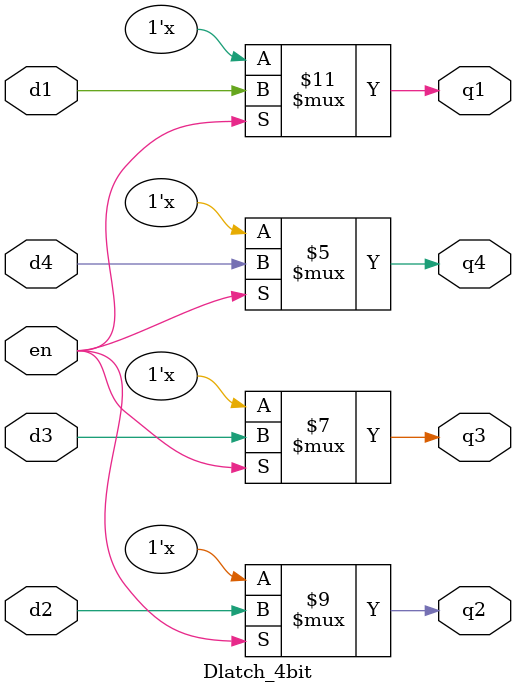
<source format=v>

module Dlatch_4bit(d1,d2,d3,d4,en,q1,q2,q3,q4);

input d1,d2,d3,d4,en;
output q1,q2,q3,q4;
reg q1,q2,q3,q4;

//Latch 1
always @(en,d1)
if(en)
begin
q1<=d1;
end
//Latch 2
always @(en,d2)
if(en)
begin
q2<=d2;
end
//Latch 3
always @(en,d3)
if(en)
begin
q3<=d3;
end
//Latch 4
always @(en,d4)
if(en)
begin
q4<=d4;
end

endmodule

</source>
